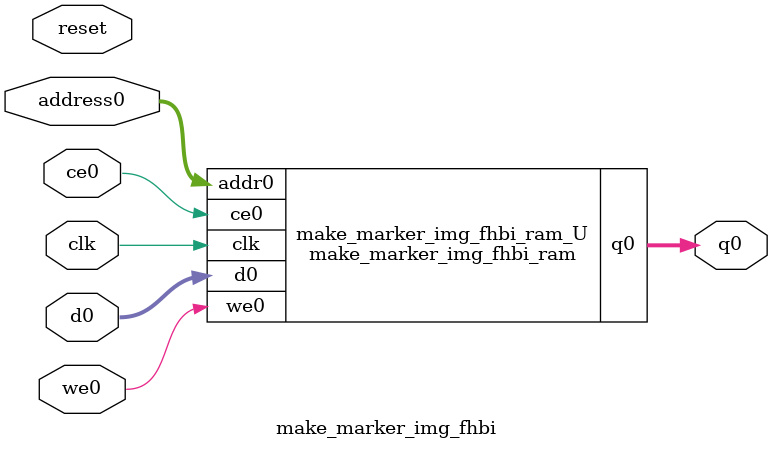
<source format=v>

`timescale 1 ns / 1 ps
module make_marker_img_fhbi_ram (addr0, ce0, d0, we0, q0,  clk);

parameter DWIDTH = 8;
parameter AWIDTH = 16;
parameter MEM_SIZE = 64170;

input[AWIDTH-1:0] addr0;
input ce0;
input[DWIDTH-1:0] d0;
input we0;
output reg[DWIDTH-1:0] q0;
input clk;

(* ram_style = "block" *)reg [DWIDTH-1:0] ram[0:MEM_SIZE-1];




always @(posedge clk)  
begin 
    if (ce0) 
    begin
        if (we0) 
        begin 
            ram[addr0] <= d0; 
            q0 <= d0;
        end 
        else 
            q0 <= ram[addr0];
    end
end


endmodule


`timescale 1 ns / 1 ps
module make_marker_img_fhbi(
    reset,
    clk,
    address0,
    ce0,
    we0,
    d0,
    q0);

parameter DataWidth = 32'd8;
parameter AddressRange = 32'd64170;
parameter AddressWidth = 32'd16;
input reset;
input clk;
input[AddressWidth - 1:0] address0;
input ce0;
input we0;
input[DataWidth - 1:0] d0;
output[DataWidth - 1:0] q0;



make_marker_img_fhbi_ram make_marker_img_fhbi_ram_U(
    .clk( clk ),
    .addr0( address0 ),
    .ce0( ce0 ),
    .d0( d0 ),
    .we0( we0 ),
    .q0( q0 ));

endmodule


</source>
